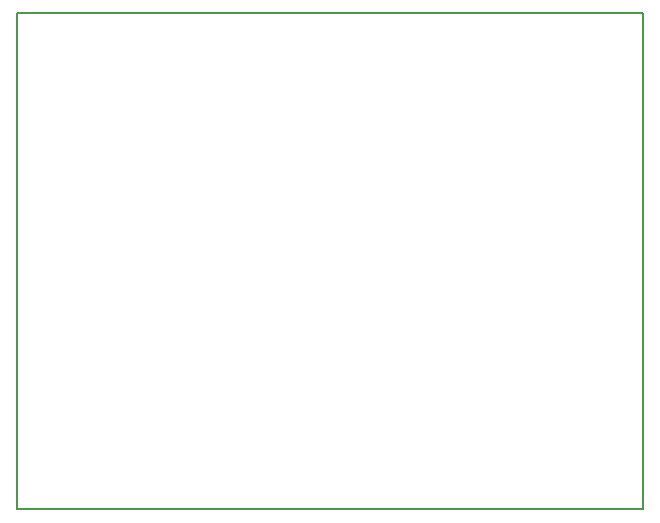
<source format=gm1>
G04*
G04 #@! TF.GenerationSoftware,Altium Limited,Altium Designer,19.1.9 (167)*
G04*
G04 Layer_Color=16711833*
%FSLAX44Y44*%
%MOMM*%
G71*
G01*
G75*
%ADD12C,0.2000*%
D12*
X680000Y319500D02*
Y739500D01*
X150000D02*
X680000D01*
X150000Y319500D02*
Y739500D01*
Y319500D02*
X680000D01*
M02*

</source>
